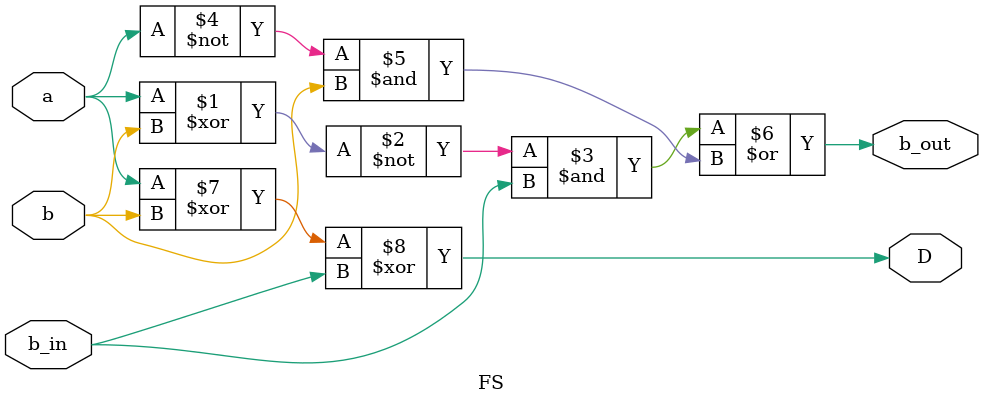
<source format=v>
`timescale 1ns / 1ps

module FS(
    input a,b,b_in,
    output b_out,D
    );
    assign b_out=(~(a^b)&b_in)|(~a&b);
    assign D=a^b^b_in;
endmodule

</source>
